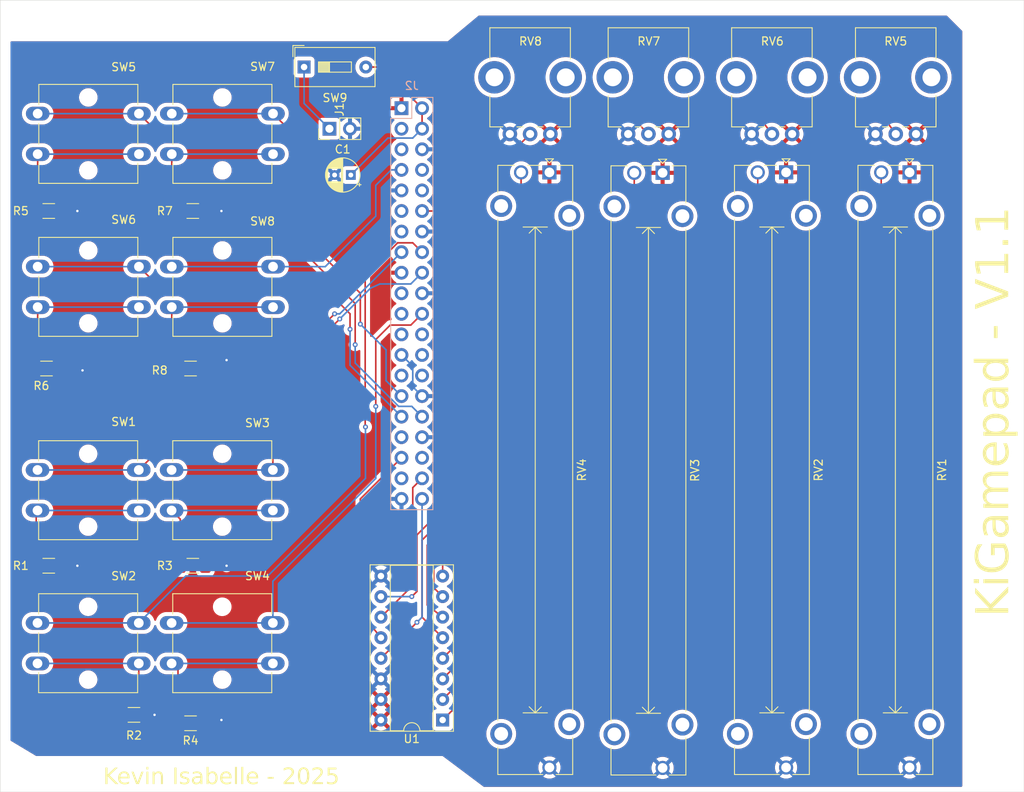
<source format=kicad_pcb>
(kicad_pcb (version 20240108) (generator "pcbnew") (generator_version "8.0")
  (layers (0 "F.Cu" signal) (31 "B.Cu" signal) (34 "B.Paste" user) (35 "F.Paste" user) (36 "B.SilkS" user "B.Silkscreen") (37 "F.SilkS" user "F.Silkscreen") (38 "B.Mask" user) (39 "F.Mask" user) (44 "Edge.Cuts" user))
  (net 0 "")
  (net 1 "GND")
  (net 2 "5V")
  (net 3 "3V3")
  (net 4 "Net-(J1-Pin_1)")
  (net 8 "BTN2")
  (net 11 "BTN7")
  (net 13 "BTN3")
  (net 14 "SPI1-CS0")
  (net 15 "BTN4")
  (net 16 "SPI1-MISO")
  (net 17 "BTN1")
  (net 21 "SPI1-CLK")
  (net 22 "SPI1-MOSI")
  (net 24 "Net-(R2-Pad1)")
  (net 25 "Net-(R3-Pad1)")
  (net 26 "Net-(R4-Pad1)")
  (net 27 "Net-(R5-Pad1)")
  (net 28 "Net-(R6-Pad1)")
  (net 29 "Net-(R7-Pad1)")
  (net 30 "Net-(R8-Pad1)")
  (net 31 "BTN8")
  (net 34 "BTN6")
  (net 36 "BTN5")
  (net 40 "Net-(R1-Pad1)")
  (net 41 "Net-(U1-CH0)")
  (net 42 "Net-(U1-CH1)")
  (net 43 "Net-(U1-CH2)")
  (net 44 "Net-(U1-CH3)")
  (net 45 "Net-(U1-CH4)")
  (net 46 "Net-(U1-CH5)")
  (net 47 "Net-(U1-CH6)")
  (net 48 "Net-(U1-CH7)")
  (footprint "Resistor_SMD:R_1206_3216Metric_Pad1.30x1.75mm_HandSolder" (layer "F.Cu") (at 105.69 76.835)
    (property "Reference" "R7" (at -3.455 0 0) (layer "F.SilkS"))
    (property "Value" "R10K")
    (pad "1" smd roundrect (at -1.55 0) (size 1.3 1.75) (layers "F.Cu" "F.Paste" "F.Mask") (roundrect_rratio 0.192308) (net 29 "Net-(R7-Pad1)"))
    (pad "2" smd roundrect (at 1.55 0) (size 1.3 1.75) (layers "F.Cu" "F.Paste" "F.Mask") (roundrect_rratio 0.192308) (net 1 "GND"))
  )
  (footprint "Button_Switch_THT:SW_SPST_Omron_B3F-40xx" (layer "F.Cu") (at 86.54 83.705)
    (property "Reference" "SW6" (at 10.615 -5.8 0) (layer "F.SilkS"))
    (property "Value" "Button6")
    (pad "" np_thru_hole circle (at 6.25 -2) (size 1.8 1.8) (drill 1.8) (layers "F&B.Cu" "*.Mask"))
    (pad "" np_thru_hole circle (at 6.25 7) (size 1.8 1.8) (drill 1.8) (layers "F&B.Cu" "*.Mask"))
    (pad "1" thru_hole oval (at 0 0) (size 2.9 1.7) (drill 1.2) (layers "*.Cu" "*.Mask") (net 34 "BTN6"))
    (pad "1" thru_hole oval (at 12.5 0) (size 2.9 1.7) (drill 1.2) (layers "*.Cu" "*.Mask") (net 34 "BTN6"))
    (pad "2" thru_hole oval (at 0 5) (size 2.9 1.7) (drill 1.2) (layers "*.Cu" "*.Mask") (net 28 "Net-(R6-Pad1)"))
    (pad "2" thru_hole oval (at 12.5 5) (size 2.9 1.7) (drill 1.2) (layers "*.Cu" "*.Mask") (net 28 "Net-(R6-Pad1)"))
  )
  (footprint "Button_Switch_THT:SW_SPST_Omron_B3F-40xx" (layer "F.Cu") (at 86.54 64.81)
    (property "Reference" "SW5" (at 10.615 -5.755 0) (layer "F.SilkS"))
    (property "Value" "Button5")
    (pad "" np_thru_hole circle (at 6.25 -2) (size 1.8 1.8) (drill 1.8) (layers "F&B.Cu" "*.Mask"))
    (pad "" np_thru_hole circle (at 6.25 7) (size 1.8 1.8) (drill 1.8) (layers "F&B.Cu" "*.Mask"))
    (pad "1" thru_hole oval (at 0 0) (size 2.9 1.7) (drill 1.2) (layers "*.Cu" "*.Mask") (net 36 "BTN5"))
    (pad "1" thru_hole oval (at 12.5 0) (size 2.9 1.7) (drill 1.2) (layers "*.Cu" "*.Mask") (net 36 "BTN5"))
    (pad "2" thru_hole oval (at 0 5) (size 2.9 1.7) (drill 1.2) (layers "*.Cu" "*.Mask") (net 27 "Net-(R5-Pad1)"))
    (pad "2" thru_hole oval (at 12.5 5) (size 2.9 1.7) (drill 1.2) (layers "*.Cu" "*.Mask") (net 27 "Net-(R5-Pad1)"))
  )
  (footprint "Potentiometer_THT:Potentiometer_Bourns_PTA6043_Single_Slide" (layer "F.Cu") (at 178.915 72.065 -90)
    (property "Reference" "RV2" (at 36.75 -4 90) (layer "F.SilkS"))
    (property "Value" "LIN2" (hide yes))
    (pad "1" thru_hole rect (at 0 0 270) (size 1.75 1.75) (drill 1.2) (layers "*.Cu" "*.Mask") (net 3 "3V3"))
    (pad "2" thru_hole circle (at 0 3.5 270) (size 1.75 1.75) (drill 1.2) (layers "*.Cu" "*.Mask") (net 42 "Net-(U1-CH1)"))
    (pad "3" thru_hole circle (at 73.5 0 270) (size 1.75 1.75) (drill 1.2) (layers "*.Cu" "*.Mask") (net 1 "GND"))
    (pad "MP" thru_hole circle (at 4.15 5.95 270) (size 2.7 2.7) (drill 1.7) (layers "*.Cu" "*.Mask"))
    (pad "MP" thru_hole circle (at 5.35 -2.45 270) (size 2.7 2.7) (drill 1.7) (layers "*.Cu" "*.Mask"))
    (pad "MP" thru_hole circle (at 68.15 -2.45 270) (size 2.7 2.7) (drill 1.7) (layers "*.Cu" "*.Mask"))
    (pad "MP" thru_hole circle (at 69.35 5.95 270) (size 2.7 2.7) (drill 1.7) (layers "*.Cu" "*.Mask"))
  )
  (footprint "Button_Switch_THT:SW_SPST_Omron_B3F-40xx" (layer "F.Cu") (at 103.07 127.715)
    (property "Reference" "SW4" (at 10.595 -5.8 0) (layer "F.SilkS"))
    (property "Value" "Button4")
    (pad "" np_thru_hole circle (at 6.25 -2) (size 1.8 1.8) (drill 1.8) (layers "F&B.Cu" "*.Mask"))
    (pad "" np_thru_hole circle (at 6.25 7) (size 1.8 1.8) (drill 1.8) (layers "F&B.Cu" "*.Mask"))
    (pad "1" thru_hole oval (at 0 0) (size 2.9 1.7) (drill 1.2) (layers "*.Cu" "*.Mask") (net 15 "BTN4"))
    (pad "1" thru_hole oval (at 12.5 0) (size 2.9 1.7) (drill 1.2) (layers "*.Cu" "*.Mask") (net 15 "BTN4"))
    (pad "2" thru_hole oval (at 0 5) (size 2.9 1.7) (drill 1.2) (layers "*.Cu" "*.Mask") (net 26 "Net-(R4-Pad1)"))
    (pad "2" thru_hole oval (at 12.5 5) (size 2.9 1.7) (drill 1.2) (layers "*.Cu" "*.Mask") (net 26 "Net-(R4-Pad1)"))
  )
  (footprint "Button_Switch_THT:SW_SPST_Omron_B3F-40xx" (layer "F.Cu") (at 86.52 127.715)
    (property "Reference" "SW2" (at 10.635 -5.795 0) (layer "F.SilkS"))
    (property "Value" "Button2")
    (pad "" np_thru_hole circle (at 6.25 -2) (size 1.8 1.8) (drill 1.8) (layers "F&B.Cu" "*.Mask"))
    (pad "" np_thru_hole circle (at 6.25 7) (size 1.8 1.8) (drill 1.8) (layers "F&B.Cu" "*.Mask"))
    (pad "1" thru_hole oval (at 0 0) (size 2.9 1.7) (drill 1.2) (layers "*.Cu" "*.Mask") (net 8 "BTN2"))
    (pad "1" thru_hole oval (at 12.5 0) (size 2.9 1.7) (drill 1.2) (layers "*.Cu" "*.Mask") (net 8 "BTN2"))
    (pad "2" thru_hole oval (at 0 5) (size 2.9 1.7) (drill 1.2) (layers "*.Cu" "*.Mask") (net 24 "Net-(R2-Pad1)"))
    (pad "2" thru_hole oval (at 12.5 5) (size 2.9 1.7) (drill 1.2) (layers "*.Cu" "*.Mask") (net 24 "Net-(R2-Pad1)"))
  )
  (footprint "Resistor_SMD:R_1206_3216Metric_Pad1.30x1.75mm_HandSolder" (layer "F.Cu") (at 87.91 76.835)
    (property "Reference" "R5" (at -3.455 0 0) (layer "F.SilkS"))
    (property "Value" "R10K")
    (pad "1" smd roundrect (at -1.55 0) (size 1.3 1.75) (layers "F.Cu" "F.Paste" "F.Mask") (roundrect_rratio 0.192308) (net 27 "Net-(R5-Pad1)"))
    (pad "2" smd roundrect (at 1.55 0) (size 1.3 1.75) (layers "F.Cu" "F.Paste" "F.Mask") (roundrect_rratio 0.192308) (net 1 "GND"))
  )
  (footprint "Potentiometer_THT:Potentiometer_Bourns_PTA6043_Single_Slide" (layer "F.Cu") (at 194.155 72.065 -90)
    (property "Reference" "RV1" (at 36.75 -4 90) (layer "F.SilkS"))
    (property "Value" "LIN1" (hide yes))
    (pad "1" thru_hole rect (at 0 0 270) (size 1.75 1.75) (drill 1.2) (layers "*.Cu" "*.Mask") (net 3 "3V3"))
    (pad "2" thru_hole circle (at 0 3.5 270) (size 1.75 1.75) (drill 1.2) (layers "*.Cu" "*.Mask") (net 41 "Net-(U1-CH0)"))
    (pad "3" thru_hole circle (at 73.5 0 270) (size 1.75 1.75) (drill 1.2) (layers "*.Cu" "*.Mask") (net 1 "GND"))
    (pad "MP" thru_hole circle (at 4.15 5.95 270) (size 2.7 2.7) (drill 1.7) (layers "*.Cu" "*.Mask"))
    (pad "MP" thru_hole circle (at 5.35 -2.45 270) (size 2.7 2.7) (drill 1.7) (layers "*.Cu" "*.Mask"))
    (pad "MP" thru_hole circle (at 68.15 -2.45 270) (size 2.7 2.7) (drill 1.7) (layers "*.Cu" "*.Mask"))
    (pad "MP" thru_hole circle (at 69.35 5.95 270) (size 2.7 2.7) (drill 1.7) (layers "*.Cu" "*.Mask"))
  )
  (footprint "Resistor_SMD:R_1206_3216Metric_Pad1.30x1.75mm_HandSolder" (layer "F.Cu") (at 105.69 120.65)
    (property "Reference" "R3" (at -3.455 0 0) (layer "F.SilkS"))
    (property "Value" "R10K")
    (pad "1" smd roundrect (at -1.55 0) (size 1.3 1.75) (layers "F.Cu" "F.Paste" "F.Mask") (roundrect_rratio 0.192308) (net 25 "Net-(R3-Pad1)"))
    (pad "2" smd roundrect (at 1.55 0) (size 1.3 1.75) (layers "F.Cu" "F.Paste" "F.Mask") (roundrect_rratio 0.192308) (net 1 "GND"))
  )
  (footprint "Button_Switch_THT:SW_SPST_Omron_B3F-40xx" (layer "F.Cu") (at 103.07 108.82)
    (property "Reference" "SW3" (at 10.595 -5.8 0) (layer "F.SilkS"))
    (property "Value" "Button3")
    (pad "" np_thru_hole circle (at 6.25 -2) (size 1.8 1.8) (drill 1.8) (layers "F&B.Cu" "*.Mask"))
    (pad "" np_thru_hole circle (at 6.25 7) (size 1.8 1.8) (drill 1.8) (layers "F&B.Cu" "*.Mask"))
    (pad "1" thru_hole oval (at 0 0) (size 2.9 1.7) (drill 1.2) (layers "*.Cu" "*.Mask") (net 13 "BTN3"))
    (pad "1" thru_hole oval (at 12.5 0) (size 2.9 1.7) (drill 1.2) (layers "*.Cu" "*.Mask") (net 13 "BTN3"))
    (pad "2" thru_hole oval (at 0 5) (size 2.9 1.7) (drill 1.2) (layers "*.Cu" "*.Mask") (net 25 "Net-(R3-Pad1)"))
    (pad "2" thru_hole oval (at 12.5 5) (size 2.9 1.7) (drill 1.2) (layers "*.Cu" "*.Mask") (net 25 "Net-(R3-Pad1)"))
  )
  (footprint "Button_Switch_THT:SW_SPST_Omron_B3F-40xx" (layer "F.Cu") (at 103.09 64.81)
    (property "Reference" "SW7" (at 11.21 -5.8 0) (layer "F.SilkS"))
    (property "Value" "Button7")
    (pad "" np_thru_hole circle (at 6.25 -2) (size 1.8 1.8) (drill 1.8) (layers "F&B.Cu" "*.Mask"))
    (pad "" np_thru_hole circle (at 6.25 7) (size 1.8 1.8) (drill 1.8) (layers "F&B.Cu" "*.Mask"))
    (pad "1" thru_hole oval (at 0 0) (size 2.9 1.7) (drill 1.2) (layers "*.Cu" "*.Mask") (net 11 "BTN7"))
    (pad "1" thru_hole oval (at 12.5 0) (size 2.9 1.7) (drill 1.2) (layers "*.Cu" "*.Mask") (net 11 "BTN7"))
    (pad "2" thru_hole oval (at 0 5) (size 2.9 1.7) (drill 1.2) (layers "*.Cu" "*.Mask") (net 29 "Net-(R7-Pad1)"))
    (pad "2" thru_hole oval (at 12.5 5) (size 2.9 1.7) (drill 1.2) (layers "*.Cu" "*.Mask") (net 29 "Net-(R7-Pad1)"))
  )
  (footprint "Button_Switch_THT:SW_SPST_Omron_B3F-40xx" (layer "F.Cu") (at 86.52 108.82)
    (property "Reference" "SW1" (at 10.635 -5.95 0) (layer "F.SilkS"))
    (property "Value" "Button1")
    (pad "" np_thru_hole circle (at 6.25 -2) (size 1.8 1.8) (drill 1.8) (layers "F&B.Cu" "*.Mask"))
    (pad "" np_thru_hole circle (at 6.25 7) (size 1.8 1.8) (drill 1.8) (layers "F&B.Cu" "*.Mask"))
    (pad "1" thru_hole oval (at 0 0) (size 2.9 1.7) (drill 1.2) (layers "*.Cu" "*.Mask") (net 17 "BTN1"))
    (pad "1" thru_hole oval (at 12.5 0) (size 2.9 1.7) (drill 1.2) (layers "*.Cu" "*.Mask") (net 17 "BTN1"))
    (pad "2" thru_hole oval (at 0 5) (size 2.9 1.7) (drill 1.2) (layers "*.Cu" "*.Mask") (net 40 "Net-(R1-Pad1)"))
    (pad "2" thru_hole oval (at 12.5 5) (size 2.9 1.7) (drill 1.2) (layers "*.Cu" "*.Mask") (net 40 "Net-(R1-Pad1)"))
  )
  (footprint "Resistor_SMD:R_1206_3216Metric_Pad1.30x1.75mm_HandSolder" (layer "F.Cu") (at 98.425 139.065)
    (property "Reference" "R2" (at 0 2.54 0) (layer "F.SilkS"))
    (property "Value" "R10K")
    (pad "1" smd roundrect (at -1.55 0) (size 1.3 1.75) (layers "F.Cu" "F.Paste" "F.Mask") (roundrect_rratio 0.192308) (net 24 "Net-(R2-Pad1)"))
    (pad "2" smd roundrect (at 1.55 0) (size 1.3 1.75) (layers "F.Cu" "F.Paste" "F.Mask") (roundrect_rratio 0.192308) (net 1 "GND"))
  )
  (footprint "Potentiometer_THT:Potentiometer_Bourns_PTV09A-1_Single_Vertical" (layer "F.Cu") (at 164.425 67.325 90)
    (property "Reference" "RV7" (at 11.445 -2.455 180) (layer "F.SilkS"))
    (property "Value" "ROTARY3" (hide yes))
    (pad "" np_thru_hole circle (at 7 -6.9 90) (size 4 4) (drill 2.2) (layers "F&B.Cu" "*.Mask"))
    (pad "" np_thru_hole circle (at 7 1.9 90) (size 4 4) (drill 2.2) (layers "F&B.Cu" "*.Mask"))
    (pad "1" thru_hole circle (at 0 0 90) (size 1.8 1.8) (drill 1) (layers "*.Cu" "*.Mask") (net 3 "3V3"))
    (pad "2" thru_hole circle (at 0 -2.5 90) (size 1.8 1.8) (drill 1) (layers "*.Cu" "*.Mask") (net 47 "Net-(U1-CH6)"))
    (pad "3" thru_hole circle (at 0 -5 90) (size 1.8 1.8) (drill 1) (layers "*.Cu" "*.Mask") (net 1 "GND"))
  )
  (footprint "Package_DIP:CERDIP-16_W7.62mm_SideBrazed_Socket" (layer "F.Cu") (at 136.525 139.7 180)
    (property "Reference" "U1" (at 3.81 -2.33 0) (layer "F.SilkS"))
    (property "Value" "MCP3008")
    (pad "1" thru_hole rect (at 0 0 180) (size 1.6 1.6) (drill 0.8) (layers "*.Cu" "*.Mask") (net 41 "Net-(U1-CH0)"))
    (pad "2" thru_hole circle (at 0 2.54 180) (size 1.6 1.6) (drill 0.8) (layers "*.Cu" "*.Mask") (net 42 "Net-(U1-CH1)"))
    (pad "3" thru_hole circle (at 0 5.08 180) (size 1.6 1.6) (drill 0.8) (layers "*.Cu" "*.Mask") (net 43 "Net-(U1-CH2)"))
    (pad "4" thru_hole circle (at 0 7.62 180) (size 1.6 1.6) (drill 0.8) (layers "*.Cu" "*.Mask") (net 44 "Net-(U1-CH3)"))
    (pad "5" thru_hole circle (at 0 10.16 180) (size 1.6 1.6) (drill 0.8) (layers "*.Cu" "*.Mask") (net 45 "Net-(U1-CH4)"))
    (pad "6" thru_hole circle (at 0 12.7 180) (size 1.6 1.6) (drill 0.8) (layers "*.Cu" "*.Mask") (net 46 "Net-(U1-CH5)"))
    (pad "7" thru_hole circle (at 0 15.24 180) (size 1.6 1.6) (drill 0.8) (layers "*.Cu" "*.Mask") (net 47 "Net-(U1-CH6)"))
    (pad "8" thru_hole circle (at 0 17.78 180) (size 1.6 1.6) (drill 0.8) (layers "*.Cu" "*.Mask") (net 48 "Net-(U1-CH7)"))
    (pad "9" thru_hole circle (at 7.62 17.78 180) (size 1.6 1.6) (drill 0.8) (layers "*.Cu" "*.Mask") (net 1 "GND"))
    (pad "10" thru_hole circle (at 7.62 15.24 180) (size 1.6 1.6) (drill 0.8) (layers "*.Cu" "*.Mask") (net 14 "SPI1-CS0"))
    (pad "11" thru_hole circle (at 7.62 12.7 180) (size 1.6 1.6) (drill 0.8) (layers "*.Cu" "*.Mask") (net 22 "SPI1-MOSI"))
    (pad "12" thru_hole circle (at 7.62 10.16 180) (size 1.6 1.6) (drill 0.8) (layers "*.Cu" "*.Mask") (net 16 "SPI1-MISO"))
    (pad "13" thru_hole circle (at 7.62 7.62 180) (size 1.6 1.6) (drill 0.8) (layers "*.Cu" "*.Mask") (net 21 "SPI1-CLK"))
    (pad "14" thru_hole circle (at 7.62 5.08 180) (size 1.6 1.6) (drill 0.8) (layers "*.Cu" "*.Mask") (net 1 "GND"))
    (pad "15" thru_hole circle (at 7.62 2.54 180) (size 1.6 1.6) (drill 0.8) (layers "*.Cu" "*.Mask") (net 3 "3V3"))
    (pad "16" thru_hole circle (at 7.62 0 180) (size 1.6 1.6) (drill 0.8) (layers "*.Cu" "*.Mask") (net 3 "3V3"))
  )
  (footprint "Resistor_SMD:R_1206_3216Metric_Pad1.30x1.75mm_HandSolder" (layer "F.Cu") (at 105.41 140.105)
    (property "Reference" "R4" (at 0 2.135 0) (layer "F.SilkS"))
    (property "Value" "R10K")
    (pad "1" smd roundrect (at -1.55 0) (size 1.3 1.75) (layers "F.Cu" "F.Paste" "F.Mask") (roundrect_rratio 0.192308) (net 26 "Net-(R4-Pad1)"))
    (pad "2" smd roundrect (at 1.55 0) (size 1.3 1.75) (layers "F.Cu" "F.Paste" "F.Mask") (roundrect_rratio 0.192308) (net 1 "GND"))
  )
  (footprint "Potentiometer_THT:Potentiometer_Bourns_PTA6043_Single_Slide" (layer "F.Cu") (at 163.675 72.12 -90)
    (property "Reference" "RV3" (at 36.75 -4 -90) (layer "F.SilkS"))
    (property "Value" "LIN3" (hide yes))
    (pad "1" thru_hole rect (at 0 0 270) (size 1.75 1.75) (drill 1.2) (layers "*.Cu" "*.Mask") (net 3 "3V3"))
    (pad "2" thru_hole circle (at 0 3.5 270) (size 1.75 1.75) (drill 1.2) (layers "*.Cu" "*.Mask") (net 43 "Net-(U1-CH2)"))
    (pad "3" thru_hole circle (at 73.5 0 270) (size 1.75 1.75) (drill 1.2) (layers "*.Cu" "*.Mask") (net 1 "GND"))
    (pad "MP" thru_hole circle (at 4.15 5.95 270) (size 2.7 2.7) (drill 1.7) (layers "*.Cu" "*.Mask"))
    (pad "MP" thru_hole circle (at 5.35 -2.45 270) (size 2.7 2.7) (drill 1.7) (layers "*.Cu" "*.Mask"))
    (pad "MP" thru_hole circle (at 68.15 -2.45 270) (size 2.7 2.7) (drill 1.7) (layers "*.Cu" "*.Mask"))
    (pad "MP" thru_hole circle (at 69.35 5.95 270) (size 2.7 2.7) (drill 1.7) (layers "*.Cu" "*.Mask"))
  )
  (footprint "Capacitor_THT:CP_Radial_D4.0mm_P2.00mm" (layer "F.Cu") (at 125.19 72.39 180)
    (property "Reference" "C1" (at 1 3.175 0) (layer "F.SilkS"))
    (property "Value" "C_Polarized")
    (pad "1" thru_hole rect (at 0 0 180) (size 1.2 1.2) (drill 0.6) (layers "*.Cu" "*.Mask") (net 2 "5V"))
    (pad "2" thru_hole circle (at 2 0 180) (size 1.2 1.2) (drill 0.6) (layers "*.Cu" "*.Mask") (net 1 "GND"))
  )
  (footprint "Connector_PinHeader_2.54mm:PinHeader_1x02_P2.54mm_Vertical" (layer "F.Cu") (at 122.55 66.675 90)
    (property "Reference" "J1" (at 2.38 1.24 90) (layer "F.SilkS"))
    (property "Value" "PowerConnector")
    (pad "1" thru_hole rect (at 0 0 90) (size 1.7 1.7) (drill 1) (layers "*.Cu" "*.Mask") (net 4 "Net-(J1-Pin_1)"))
    (pad "2" thru_hole oval (at 0 2.54 90) (size 1.7 1.7) (drill 1) (layers "*.Cu" "*.Mask") (net 1 "GND"))
  )
  (footprint "Potentiometer_THT:Potentiometer_Bourns_PTV09A-1_Single_Vertical" (layer "F.Cu") (at 194.95 67.325 90)
    (property "Reference" "RV5" (at 11.445 -2.5 180) (layer "F.SilkS"))
    (property "Value" "ROTARY1" (hide yes))
    (pad "" np_thru_hole circle (at 7 -6.9 90) (size 4 4) (drill 2.2) (layers "F&B.Cu" "*.Mask"))
    (pad "" np_thru_hole circle (at 7 1.9 90) (size 4 4) (drill 2.2) (layers "F&B.Cu" "*.Mask"))
    (pad "1" thru_hole circle (at 0 0 90) (size 1.8 1.8) (drill 1) (layers "*.Cu" "*.Mask") (net 3 "3V3"))
    (pad "2" thru_hole circle (at 0 -2.5 90) (size 1.8 1.8) (drill 1) (layers "*.Cu" "*.Mask") (net 45 "Net-(U1-CH4)"))
    (pad "3" thru_hole circle (at 0 -5 90) (size 1.8 1.8) (drill 1) (layers "*.Cu" "*.Mask") (net 1 "GND"))
  )
  (footprint "Potentiometer_THT:Potentiometer_Bourns_PTV09A-1_Single_Vertical" (layer "F.Cu") (at 179.665 67.325 90)
    (property "Reference" "RV6" (at 11.445 -2.455 180) (layer "F.SilkS"))
    (property "Value" "ROTARY2" (hide yes))
    (pad "" np_thru_hole circle (at 7 -6.9 90) (size 4 4) (drill 2.2) (layers "F&B.Cu" "*.Mask"))
    (pad "" np_thru_hole circle (at 7 1.9 90) (size 4 4) (drill 2.2) (layers "F&B.Cu" "*.Mask"))
    (pad "1" thru_hole circle (at 0 0 90) (size 1.8 1.8) (drill 1) (layers "*.Cu" "*.Mask") (net 3 "3V3"))
    (pad "2" thru_hole circle (at 0 -2.5 90) (size 1.8 1.8) (drill 1) (layers "*.Cu" "*.Mask") (net 46 "Net-(U1-CH5)"))
    (pad "3" thru_hole circle (at 0 -5 90) (size 1.8 1.8) (drill 1) (layers "*.Cu" "*.Mask") (net 1 "GND"))
  )
  (footprint "Button_Switch_THT:SW_DIP_SPSTx01_Slide_9.78x4.72mm_W7.62mm_P2.54mm" (layer "F.Cu") (at 119.4225 59.055)
    (property "Reference" "SW9" (at 3.81 3.81 0) (layer "F.SilkS"))
    (property "Value" "SW_SPST")
    (pad "1" thru_hole rect (at 0 0) (size 1.6 1.6) (drill 0.8) (layers "*.Cu" "*.Mask") (net 4 "Net-(J1-Pin_1)"))
    (pad "2" thru_hole oval (at 7.62 0) (size 1.6 1.6) (drill 0.8) (layers "*.Cu" "*.Mask") (net 2 "5V"))
  )
  (footprint "Potentiometer_THT:Potentiometer_Bourns_PTV09A-1_Single_Vertical" (layer "F.Cu") (at 149.82 67.325 90)
    (property "Reference" "RV8" (at 11.445 -2.455 180) (layer "F.SilkS"))
    (property "Value" "ROTARY4" (hide yes))
    (pad "" np_thru_hole circle (at 7 -6.9 90) (size 4 4) (drill 2.2) (layers "F&B.Cu" "*.Mask"))
    (pad "" np_thru_hole circle (at 7 1.9 90) (size 4 4) (drill 2.2) (layers "F&B.Cu" "*.Mask"))
    (pad "1" thru_hole circle (at 0 0 90) (size 1.8 1.8) (drill 1) (layers "*.Cu" "*.Mask") (net 3 "3V3"))
    (pad "2" thru_hole circle (at 0 -2.5 90) (size 1.8 1.8) (drill 1) (layers "*.Cu" "*.Mask") (net 48 "Net-(U1-CH7)"))
    (pad "3" thru_hole circle (at 0 -5 90) (size 1.8 1.8) (drill 1) (layers "*.Cu" "*.Mask") (net 1 "GND"))
  )
  (footprint "Potentiometer_THT:Potentiometer_Bourns_PTA6043_Single_Slide" (layer "F.Cu") (at 149.705 72.065 -90)
    (property "Reference" "RV4" (at 36.75 -4 -90) (layer "F.SilkS"))
    (property "Value" "LIN4" (hide yes))
    (pad "1" thru_hole rect (at 0 0 270) (size 1.75 1.75) (drill 1.2) (layers "*.Cu" "*.Mask") (net 3 "3V3"))
    (pad "2" thru_hole circle (at 0 3.5 270) (size 1.75 1.75) (drill 1.2) (layers "*.Cu" "*.Mask") (net 44 "Net-(U1-CH3)"))
    (pad "3" thru_hole circle (at 73.5 0 270) (size 1.75 1.75) (drill 1.2) (layers "*.Cu" "*.Mask") (net 1 "GND"))
    (pad "MP" thru_hole circle (at 4.15 5.95 270) (size 2.7 2.7) (drill 1.7) (layers "*.Cu" "*.Mask"))
    (pad "MP" thru_hole circle (at 5.35 -2.45 270) (size 2.7 2.7) (drill 1.7) (layers "*.Cu" "*.Mask"))
    (pad "MP" thru_hole circle (at 68.15 -2.45 270) (size 2.7 2.7) (drill 1.7) (layers "*.Cu" "*.Mask"))
    (pad "MP" thru_hole circle (at 69.35 5.95 270) (size 2.7 2.7) (drill 1.7) (layers "*.Cu" "*.Mask"))
  )
  (footprint "Button_Switch_THT:SW_SPST_Omron_B3F-40xx" (layer "F.Cu") (at 103.09 83.705)
    (property "Reference" "SW8" (at 11.21 -5.6 0) (layer "F.SilkS"))
    (property "Value" "Button8")
    (pad "" np_thru_hole circle (at 6.25 -2) (size 1.8 1.8) (drill 1.8) (layers "F&B.Cu" "*.Mask"))
    (pad "" np_thru_hole circle (at 6.25 7) (size 1.8 1.8) (drill 1.8) (layers "F&B.Cu" "*.Mask"))
    (pad "1" thru_hole oval (at 0 0) (size 2.9 1.7) (drill 1.2) (layers "*.Cu" "*.Mask") (net 31 "BTN8"))
    (pad "1" thru_hole oval (at 12.5 0) (size 2.9 1.7) (drill 1.2) (layers "*.Cu" "*.Mask") (net 31 "BTN8"))
    (pad "2" thru_hole oval (at 0 5) (size 2.9 1.7) (drill 1.2) (layers "*.Cu" "*.Mask") (net 30 "Net-(R8-Pad1)"))
    (pad "2" thru_hole oval (at 12.5 5) (size 2.9 1.7) (drill 1.2) (layers "*.Cu" "*.Mask") (net 30 "Net-(R8-Pad1)"))
  )
  (footprint "Resistor_SMD:R_1206_3216Metric_Pad1.30x1.75mm_HandSolder" (layer "F.Cu") (at 87.91 120.65)
    (property "Reference" "R1" (at -3.455 0 0) (layer "F.SilkS"))
    (property "Value" "R10K")
    (pad "1" smd roundrect (at -1.55 0) (size 1.3 1.75) (layers "F.Cu" "F.Paste" "F.Mask") (roundrect_rratio 0.192308) (net 40 "Net-(R1-Pad1)"))
    (pad "2" smd roundrect (at 1.55 0) (size 1.3 1.75) (layers "F.Cu" "F.Paste" "F.Mask") (roundrect_rratio 0.192308) (net 1 "GND"))
  )
  (footprint "Resistor_SMD:R_1206_3216Metric_Pad1.30x1.75mm_HandSolder" (layer "F.Cu") (at 87.63 96.29)
    (property "Reference" "R6" (at -0.635 2.135 0) (layer "F.SilkS"))
    (property "Value" "R10K")
    (pad "1" smd roundrect (at -1.55 0) (size 1.3 1.75) (layers "F.Cu" "F.Paste" "F.Mask") (roundrect_rratio 0.192308) (net 28 "Net-(R6-Pad1)"))
    (pad "2" smd roundrect (at 1.55 0) (size 1.3 1.75) (layers "F.Cu" "F.Paste" "F.Mask") (roundrect_rratio 0.192308) (net 1 "GND"))
  )
  (footprint "Resistor_SMD:R_1206_3216Metric_Pad1.30x1.75mm_HandSolder" (layer "F.Cu") (at 105.41 96.29)
    (property "Reference" "R8" (at -3.81 0.23 0) (layer "F.SilkS"))
    (property "Value" "R10K")
    (pad "1" smd roundrect (at -1.55 0) (size 1.3 1.75) (layers "F.Cu" "F.Paste" "F.Mask") (roundrect_rratio 0.192308) (net 30 "Net-(R8-Pad1)"))
    (pad "2" smd roundrect (at 1.55 0) (size 1.3 1.75) (layers "F.Cu" "F.Paste" "F.Mask") (roundrect_rratio 0.192308) (net 1 "GND"))
  )
  (footprint "Connector_PinSocket_2.54mm:PinSocket_2x20_P2.54mm_Vertical" (layer "B.Cu") (at 131.445 64.135 180)
    (property "Reference" "J2" (at -1.27 2.77 0) (layer "B.SilkS") (effects (justify mirror)))
    (property "Value" "PiZero2W")
    (pad "1" thru_hole rect (at 0 0 180) (size 1.7 1.7) (drill 1) (layers "*.Cu" "*.Mask") (net 3 "3V3"))
    (pad "2" thru_hole oval (at -2.54 0 180) (size 1.7 1.7) (drill 1) (layers "*.Cu" "*.Mask") (net 2 "5V"))
    (pad "3" thru_hole oval (at 0 -2.54 180) (size 1.7 1.7) (drill 1) (layers "*.Cu" "*.Mask"))
    (pad "4" thru_hole oval (at -2.54 -2.54 180) (size 1.7 1.7) (drill 1) (layers "*.Cu" "*.Mask") (net 2 "5V"))
    (pad "5" thru_hole oval (at 0 -5.08 180) (size 1.7 1.7) (drill 1) (layers "*.Cu" "*.Mask"))
    (pad "6" thru_hole oval (at -2.54 -5.08 180) (size 1.7 1.7) (drill 1) (layers "*.Cu" "*.Mask") (net 1 "GND"))
    (pad "7" thru_hole oval (at 0 -7.62 180) (size 1.7 1.7) (drill 1) (layers "*.Cu" "*.Mask") (net 31 "BTN8"))
    (pad "8" thru_hole oval (at -2.54 -7.62 180) (size 1.7 1.7) (drill 1) (layers "*.Cu" "*.Mask"))
    (pad "9" thru_hole oval (at 0 -10.16 180) (size 1.7 1.7) (drill 1) (layers "*.Cu" "*.Mask") (net 1 "GND"))
    (pad "10" thru_hole oval (at -2.54 -10.16 180) (size 1.7 1.7) (drill 1) (layers "*.Cu" "*.Mask"))
    (pad "11" thru_hole oval (at 0 -12.7 180) (size 1.7 1.7) (drill 1) (layers "*.Cu" "*.Mask"))
    (pad "12" thru_hole oval (at -2.54 -12.7 180) (size 1.7 1.7) (drill 1) (layers "*.Cu" "*.Mask") (net 14 "SPI1-CS0"))
    (pad "13" thru_hole oval (at 0 -15.24 180) (size 1.7 1.7) (drill 1) (layers "*.Cu" "*.Mask"))
    (pad "14" thru_hole oval (at -2.54 -15.24 180) (size 1.7 1.7) (drill 1) (layers "*.Cu" "*.Mask") (net 1 "GND"))
    (pad "15" thru_hole oval (at 0 -17.78 180) (size 1.7 1.7) (drill 1) (layers "*.Cu" "*.Mask") (net 17 "BTN1"))
    (pad "16" thru_hole oval (at -2.54 -17.78 180) (size 1.7 1.7) (drill 1) (layers "*.Cu" "*.Mask") (net 8 "BTN2"))
    (pad "17" thru_hole oval (at 0 -20.32 180) (size 1.7 1.7) (drill 1) (layers "*.Cu" "*.Mask") (net 3 "3V3"))
    (pad "18" thru_hole oval (at -2.54 -20.32 180) (size 1.7 1.7) (drill 1) (layers "*.Cu" "*.Mask") (net 13 "BTN3"))
    (pad "19" thru_hole oval (at 0 -22.86 180) (size 1.7 1.7) (drill 1) (layers "*.Cu" "*.Mask"))
    (pad "20" thru_hole oval (at -2.54 -22.86 180) (size 1.7 1.7) (drill 1) (layers "*.Cu" "*.Mask") (net 1 "GND"))
    (pad "21" thru_hole oval (at 0 -25.4 180) (size 1.7 1.7) (drill 1) (layers "*.Cu" "*.Mask"))
    (pad "22" thru_hole oval (at -2.54 -25.4 180) (size 1.7 1.7) (drill 1) (layers "*.Cu" "*.Mask") (net 15 "BTN4"))
    (pad "23" thru_hole oval (at 0 -27.94 180) (size 1.7 1.7) (drill 1) (layers "*.Cu" "*.Mask"))
    (pad "24" thru_hole oval (at -2.54 -27.94 180) (size 1.7 1.7) (drill 1) (layers "*.Cu" "*.Mask"))
    (pad "25" thru_hole oval (at 0 -30.48 180) (size 1.7 1.7) (drill 1) (layers "*.Cu" "*.Mask") (net 1 "GND"))
    (pad "26" thru_hole oval (at -2.54 -30.48 180) (size 1.7 1.7) (drill 1) (layers "*.Cu" "*.Mask"))
    (pad "27" thru_hole oval (at 0 -33.02 180) (size 1.7 1.7) (drill 1) (layers "*.Cu" "*.Mask"))
    (pad "28" thru_hole oval (at -2.54 -33.02 180) (size 1.7 1.7) (drill 1) (layers "*.Cu" "*.Mask"))
    (pad "29" thru_hole oval (at 0 -35.56 180) (size 1.7 1.7) (drill 1) (layers "*.Cu" "*.Mask") (net 11 "BTN7"))
    (pad "30" thru_hole oval (at -2.54 -35.56 180) (size 1.7 1.7) (drill 1) (layers "*.Cu" "*.Mask") (net 1 "GND"))
    (pad "31" thru_hole oval (at 0 -38.1 180) (size 1.7 1.7) (drill 1) (layers "*.Cu" "*.Mask") (net 34 "BTN6"))
    (pad "32" thru_hole oval (at -2.54 -38.1 180) (size 1.7 1.7) (drill 1) (layers "*.Cu" "*.Mask") (net 36 "BTN5"))
    (pad "33" thru_hole oval (at 0 -40.64 180) (size 1.7 1.7) (drill 1) (layers "*.Cu" "*.Mask"))
    (pad "34" thru_hole oval (at -2.54 -40.64 180) (size 1.7 1.7) (drill 1) (layers "*.Cu" "*.Mask") (net 1 "GND"))
    (pad "35" thru_hole oval (at 0 -43.18 180) (size 1.7 1.7) (drill 1) (layers "*.Cu" "*.Mask") (net 16 "SPI1-MISO"))
    (pad "36" thru_hole oval (at -2.54 -43.18 180) (size 1.7 1.7) (drill 1) (layers "*.Cu" "*.Mask"))
    (pad "37" thru_hole oval (at 0 -45.72 180) (size 1.7 1.7) (drill 1) (layers "*.Cu" "*.Mask"))
    (pad "38" thru_hole oval (at -2.54 -45.72 180) (size 1.7 1.7) (drill 1) (layers "*.Cu" "*.Mask") (net 22 "SPI1-MOSI"))
    (pad "39" thru_hole oval (at 0 -48.26 180) (size 1.7 1.7) (drill 1) (layers "*.Cu" "*.Mask") (net 1 "GND"))
    (pad "40" thru_hole oval (at -2.54 -48.26 180) (size 1.7 1.7) (drill 1) (layers "*.Cu" "*.Mask") (net 21 "SPI1-CLK"))
  )
  (gr_rect (start 81.915 50.8) (end 208.28 148.59) (stroke (width 0.05)) (fill none) (layer "Edge.Cuts"))
  (gr_text "KiGamepad - V1.1" (at 207.01 127 90) (layer "F.SilkS") (effects (font (size 4 4) (thickness 0.1)) (justify left bottom)))
  (gr_text "Kevin Isabelle - 2025" (at 94.615 147.955 0) (layer "F.SilkS") (effects (font (size 2 2) (thickness 0.1)) (justify left bottom)))
  (segment (start 107.24 120.65) (end 109.855 120.65) (width 0.2) (layer "F.Cu") (net 1))
  (segment (start 108.99 96.29) (end 106.96 96.29) (width 0.2) (layer "F.Cu") (net 1))
  (segment (start 89.46 76.835) (end 91.44 76.835) (width 0.2) (layer "F.Cu") (net 1))
  (segment (start 109.855 95.25) (end 108.99 96.29) (width 0.2) (layer "F.Cu") (net 1))
  (segment (start 89.18 96.29) (end 91.845 96.29) (width 0.2) (layer "F.Cu") (net 1))
  (segment (start 91.845 96.29) (end 92.075 96.52) (width 0.2) (layer "F.Cu") (net 1))
  (segment (start 106.96 140.105) (end 108.815 140.105) (width 0.2) (layer "F.Cu") (net 1))
  (segment (start 107.24 76.835) (end 109.22 76.835) (width 0.2) (layer "F.Cu") (net 1))
  (segment (start 89.46 120.65) (end 91.44 120.65) (width 0.2) (layer "F.Cu") (net 1))
  (segment (start 99.975 139.065) (end 100.965 139.065) (width 0.2) (layer "F.Cu") (net 1))
  (segment (start 108.815 140.105) (end 109.22 139.7) (width 0.2) (layer "F.Cu") (net 1))
  (via (at 109.855 120.65) (size 0.6) (drill 0.3) (layers "F.Cu" "B.Cu") (net 1))
  (via (at 92.075 96.52) (size 0.6) (drill 0.3) (layers "F.Cu" "B.Cu") (net 1))
  (via (at 91.44 76.835) (size 0.6) (drill 0.3) (layers "F.Cu" "B.Cu") (net 1))
  (via (at 109.22 139.7) (size 0.6) (drill 0.3) (layers "F.Cu" "B.Cu") (net 1))
  (via (at 91.44 120.65) (size 0.6) (drill 0.3) (layers "F.Cu" "B.Cu") (net 1))
  (via (at 109.22 76.835) (size 0.6) (drill 0.3) (layers "F.Cu" "B.Cu") (net 1))
  (via (at 109.855 95.25) (size 0.6) (drill 0.3) (layers "F.Cu" "B.Cu") (net 1))
  (via (at 100.965 139.065) (size 0.6) (drill 0.3) (layers "F.Cu" "B.Cu") (net 1))
  (segment (start 132.835 98.545) (end 133.985 99.695) (width 0.2) (layer "B.Cu") (net 1))
  (segment (start 132.835 96.005) (end 132.835 98.545) (width 0.2) (layer "B.Cu") (net 1))
  (segment (start 123.73 68.23) (end 123.985 67.975) (width 0.2) (layer "B.Cu") (net 1))
  (segment (start 131.445 94.615) (end 132.835 96.005) (width 0.2) (layer "B.Cu") (net 1))
  (segment (start 128.905 59.055) (end 133.985 64.135) (width 0.2) (layer "F.Cu") (net 2))
  (segment (start 127.0425 59.055) (end 128.905 59.055) (width 0.2) (layer "F.Cu") (net 2))
  (segment (start 133.985 66.675) (end 133.985 64.135) (width 0.2) (layer "F.Cu") (net 2))
  (segment (start 129.755 67.825) (end 132.835 67.825) (width 0.2) (layer "B.Cu") (net 2))
  (segment (start 125.19 72.39) (end 129.755 67.825) (width 0.2) (layer "B.Cu") (net 2))
  (segment (start 132.835 67.825) (end 133.985 66.675) (width 0.2) (layer "B.Cu") (net 2))
  (segment (start 119.4225 63.5475) (end 122.55 66.675) (width 0.2) (layer "B.Cu") (net 4))
  (segment (start 119.4225 59.055) (end 119.4225 63.5475) (width 0.2) (layer "B.Cu") (net 4))
  (segment (start 132.835 80.765) (end 133.985 81.915) (width 0.2) (layer "F.Cu") (net 8))
  (segment (start 127 103.505) (end 126.965 103.47) (width 0.2) (layer "F.Cu") (net 8))
  (segment (start 126.965 103.47) (end 126.965 84.768654) (width 0.2) (layer "F.Cu") (net 8))
  (segment (start 130.968654 80.765) (end 132.835 80.765) (width 0.2) (layer "F.Cu") (net 8))
  (segment (start 126.965 84.768654) (end 130.968654 80.765) (width 0.2) (layer "F.Cu") (net 8))
  (via (at 127 103.505) (size 0.6) (drill 0.3) (layers "F.Cu" "B.Cu") (net 8))
  (segment (start 104.815 121.92) (end 99.02 127.715) (width 0.2) (layer "B.Cu") (net 8))
  (segment (start 114.935 121.92) (end 104.815 121.92) (width 0.2) (layer "B.Cu") (net 8))
  (segment (start 86.52 127.715) (end 99.02 127.715) (width 0.2) (layer "B.Cu") (net 8))
  (segment (start 127 103.505) (end 127 109.855) (width 0.2) (layer "B.Cu") (net 8))
  (segment (start 127 109.855) (end 114.935 121.92) (width 0.2) (layer "B.Cu") (net 8))
  (segment (start 120.015 69.235) (end 120.015 80.645) (width 0.2) (layer "F.Cu") (net 11))
  (segment (start 120.015 80.645) (end 126.365 86.995) (width 0.2) (layer "F.Cu") (net 11))
  (segment (start 115.59 64.81) (end 120.015 69.235) (width 0.2) (layer "F.Cu") (net 11))
  (segment (start 126.365 86.995) (end 126.365 90.805) (width 0.2) (layer "F.Cu") (net 11))
  (via (at 126.365 90.805) (size 0.6) (drill 0.3) (layers "F.Cu" "B.Cu") (net 11))
  (segment (start 103.09 64.81) (end 115.59 64.81) (width 0.2) (layer "B.Cu") (net 11))
  (segment (start 129.54 93.98) (end 129.54 97.79) (width 0.2) (layer "B.Cu") (net 11))
  (segment (start 126.365 90.805) (end 129.54 93.98) (width 0.2) (layer "B.Cu") (net 11))
  (segment (start 129.54 97.79) (end 131.445 99.695) (width 0.2) (layer "B.Cu") (net 11))
  (segment (start 115.57 98.425) (end 123.825 90.17) (width 0.2) (layer "F.Cu") (net 13))
  (segment (start 115.57 108.82) (end 115.57 98.425) (width 0.2) (layer "F.Cu") (net 13))
  (via (at 123.825 90.17) (size 0.6) (drill 0.3) (layers "F.Cu" "B.Cu") (net 13))
  (segment (start 127.635 86.36) (end 123.825 90.17) (width 0.2) (layer "B.Cu") (net 13))
  (segment (start 128.785 85.845) (end 127.635 86.36) (width 0.2) (layer "B.Cu") (net 13))
  (segment (start 132.595 85.845) (end 128.785 85.845) (width 0.2) (layer "B.Cu") (net 13))
  (segment (start 133.985 84.455) (end 132.595 85.845) (width 0.2) (layer "B.Cu") (net 13))
  (segment (start 103.07 108.82) (end 115.57 108.82) (width 0.2) (layer "B.Cu") (net 13))
  (segment (start 137.16 113.03) (end 133.35 116.84) (width 0.2) (layer "F.Cu") (net 14))
  (segment (start 133.985 76.835) (end 135.611346 76.835) (width 0.2) (layer "F.Cu") (net 14))
  (segment (start 135.611346 76.835) (end 137.16 78.383654) (width 0.2) (layer "F.Cu") (net 14))
  (segment (start 137.16 78.383654) (end 137.16 113.03) (width 0.2) (layer "F.Cu") (net 14))
  (segment (start 133.35 123.825) (end 132.715 124.46) (width 0.2) (layer "F.Cu") (net 14))
  (segment (start 133.35 116.84) (end 133.35 123.825) (width 0.2) (layer "F.Cu") (net 14))
  (via (at 132.715 124.46) (size 0.6) (drill 0.3) (layers "F.Cu" "B.Cu") (net 14))
  (segment (start 132.715 124.46) (end 128.905 124.46) (width 0.2) (layer "B.Cu") (net 14))
  (segment (start 133.985 89.535) (end 132.595 90.925) (width 0.2) (layer "F.Cu") (net 15))
  (segment (start 128.27 100.965) (end 128.27 92.71) (width 0.2) (layer "F.Cu") (net 15))
  (segment (start 132.595 90.925) (end 130.055 90.925) (width 0.2) (layer "F.Cu") (net 15))
  (segment (start 130.055 90.925) (end 128.27 92.71) (width 0.2) (layer "F.Cu") (net 15))
  (via (at 128.27 100.965) (size 0.6) (drill 0.3) (layers "F.Cu" "B.Cu") (net 15))
  (segment (start 115.57 127.715) (end 115.57 122.555) (width 0.2) (layer "B.Cu") (net 15))
  (segment (start 103.07 127.715) (end 115.57 127.715) (width 0.2) (layer "B.Cu") (net 15))
  (segment (start 128.27 109.855) (end 128.27 102.87) (width 0.2) (layer "B.Cu") (net 15))
  (segment (start 128.27 102.87) (end 128.27 100.965) (width 0.2) (layer "B.Cu") (net 15))
  (segment (start 127 111.125) (end 128.27 109.855) (width 0.2) (layer "B.Cu") (net 15))
  (segment (start 115.57 122.555) (end 127 111.125) (width 0.2) (layer "B.Cu") (net 15))
  (segment (start 128.905 129.54) (end 126.365 126.365) (width 0.2) (layer "F.Cu") (net 16))
  (segment (start 126.365 112.395) (end 131.445 107.315) (width 0.2) (layer "F.Cu") (net 16))
  (segment (start 126.365 126.365) (end 126.365 112.395) (width 0.2) (layer "F.Cu") (net 16))
  (segment (start 110.05 97.79) (end 114.935 97.79) (width 0.2) (layer "F.Cu") (net 17))
  (segment (start 114.935 97.79) (end 123.19 89.535) (width 0.2) (layer "F.Cu") (net 17))
  (segment (start 99.02 108.82) (end 110.05 97.79) (width 0.2) (layer "F.Cu") (net 17))
  (via (at 123.19 89.535) (size 0.6) (drill 0.3) (layers "F.Cu" "B.Cu") (net 17))
  (segment (start 123.825 89.535) (end 131.445 81.915) (width 0.2) (layer "B.Cu") (net 17))
  (segment (start 86.52 108.82) (end 99.02 108.82) (width 0.2) (layer "B.Cu") (net 17))
  (segment (start 123.19 89.535) (end 123.825 89.535) (width 0.2) (layer "B.Cu") (net 17))
  (segment (start 128.905 132.08) (end 133.35 127.635) (width 0.2) (layer "F.Cu") (net 21))
  (via (at 133.35 127.635) (size 0.6) (drill 0.3) (layers "F.Cu" "B.Cu") (net 21))
  (segment (start 133.985 127) (end 133.985 112.395) (width 0.2) (layer "B.Cu") (net 21))
  (segment (start 133.35 127.635) (end 133.985 127) (width 0.2) (layer "B.Cu") (net 21))
  (segment (start 132.835 111.005) (end 133.985 109.855) (width 0.2) (layer "F.Cu") (net 22))
  (segment (start 128.905 127) (end 132.835 123.07) (width 0.2) (layer "F.Cu") (net 22))
  (segment (start 132.835 123.07) (end 132.835 111.005) (width 0.2) (layer "F.Cu") (net 22))
  (segment (start 86.08 133.155) (end 86.52 132.715) (width 0.2) (layer "F.Cu") (net 24))
  (segment (start 99.02 136.92) (end 96.875 139.065) (width 0.2) (layer "F.Cu") (net 24))
  (segment (start 99.02 132.715) (end 99.02 136.92) (width 0.2) (layer "F.Cu") (net 24))
  (segment (start 99.02 132.715) (end 86.52 132.715) (width 0.2) (layer "B.Cu") (net 24))
  (segment (start 104.14 120.65) (end 104.14 114.89) (width 0.2) (layer "F.Cu") (net 25))
  (segment (start 104.14 114.89) (end 103.07 113.82) (width 0.2) (layer "F.Cu") (net 25))
  (segment (start 103.07 113.82) (end 115.57 113.82) (width 0.2) (layer "B.Cu") (net 25))
  (segment (start 103.86 133.505) (end 103.07 132.715) (width 0.2) (layer "F.Cu") (net 26))
  (segment (start 103.86 140.105) (end 103.86 133.505) (width 0.2) (layer "F.Cu") (net 26))
  (segment (start 115.57 132.715) (end 103.07 132.715) (width 0.2) (layer "B.Cu") (net 26))
  (segment (start 86.54 76.655) (end 86.36 76.835) (width 0.2) (layer "F.Cu") (net 27))
  (segment (start 86.54 69.81) (end 86.54 76.655) (width 0.2) (layer "F.Cu") (net 27))
  (segment (start 86.54 69.81) (end 99.04 69.81) (width 0.2) (layer "B.Cu") (net 27))
  (segment (start 86.54 88.705) (end 86.54 95.83) (width 0.2) (layer "F.Cu") (net 28))
  (segment (start 86.54 95.83) (end 86.08 96.29) (width 0.2) (layer "F.Cu") (net 28))
  (segment (start 86.54 88.705) (end 99.04 88.705) (width 0.2) (layer "B.Cu") (net 28))
  (segment (start 103.09 75.785) (end 104.14 76.835) (width 0.2) (layer "F.Cu") (net 29))
  (segment (start 103.09 69.81) (end 103.09 75.785) (width 0.2) (layer "F.Cu") (net 29))
  (segment (start 103.09 69.81) (end 115.59 69.81) (width 0.2) (layer "B.Cu") (net 29))
  (segment (start 103.09 95.52) (end 103.86 96.29) (width 0.2) (layer "F.Cu") (net 30))
  (segment (start 103.09 88.705) (end 103.09 95.52) (width 0.2) (layer "F.Cu") (net 30))
  (segment (start 103.09 88.705) (end 115.59 88.705) (width 0.2) (layer "B.Cu") (net 30))
  (segment (start 128.27 77.47) (end 128.27 73.66) (width 0.2) (layer "B.Cu") (net 31))
  (segment (start 126.365 79.375) (end 128.27 77.47) (width 0.2) (layer "B.Cu") (net 31))
  (segment (start 126.365 79.375) (end 122.035 83.705) (width 0.2) (layer "B.Cu") (net 31))
  (segment (start 130.175 71.755) (end 131.445 71.755) (width 0.2) (layer "B.Cu") (net 31))
  (segment (start 103.09 83.705) (end 115.59 83.705) (width 0.2) (layer "B.Cu") (net 31))
  (segment (start 128.27 73.66) (end 130.175 71.755) (width 0.2) (layer "B.Cu") (net 31))
  (segment (start 122.035 83.705) (end 115.59 83.705) (width 0.2) (layer "B.Cu") (net 31))
  (segment (start 99.04 83.705) (end 101.06 85.725) (width 0.2) (layer "F.Cu") (net 34))
  (segment (start 101.06 85.725) (end 121.285 85.725) (width 0.2) (layer "F.Cu") (net 34))
  (segment (start 125.095 89.535) (end 125.095 91.44) (width 0.2) (layer "F.Cu") (net 34))
  (segment (start 121.285 85.725) (end 125.095 89.535) (width 0.2) (layer "F.Cu") (net 34))
  (via (at 125.095 91.44) (size 0.6) (drill 0.3) (layers "F.Cu" "B.Cu") (net 34))
  (segment (start 86.54 83.705) (end 99.04 83.705) (width 0.2) (layer "B.Cu") (net 34))
  (segment (start 125.095 91.44) (end 125.095 95.885) (width 0.2) (layer "B.Cu") (net 34))
  (segment (start 125.095 95.885) (end 131.445 102.235) (width 0.2) (layer "B.Cu") (net 34))
  (segment (start 119.38 69.85) (end 119.38 81.915) (width 0.2) (layer "F.Cu") (net 36))
  (segment (start 116.205 66.675) (end 119.38 69.85) (width 0.2) (layer "F.Cu") (net 36))
  (segment (start 99.04 64.81) (end 100.905 66.675) (width 0.2) (layer "F.Cu") (net 36))
  (segment (start 119.38 81.915) (end 125.73 88.265) (width 0.2) (layer "F.Cu") (net 36))
  (segment (start 100.905 66.675) (end 116.205 66.675) (width 0.2) (layer "F.Cu") (net 36))
  (segment (start 125.73 88.265) (end 125.73 93.345) (width 0.2) (layer "F.Cu") (net 36))
  (via (at 125.73 93.345) (size 0.6) (drill 0.3) (layers "F.Cu" "B.Cu") (net 36))
  (segment (start 131.088654 100.965) (end 132.715 100.965) (width 0.2) (layer "B.Cu") (net 36))
  (segment (start 125.73 95.606346) (end 131.088654 100.965) (width 0.2) (layer "B.Cu") (net 36))
  (segment (start 86.54 64.81) (end 99.04 64.81) (width 0.2) (layer "B.Cu") (net 36))
  (segment (start 132.715 100.965) (end 133.985 102.235) (width 0.2) (layer "B.Cu") (net 36))
  (segment (start 125.73 93.345) (end 125.73 95.606346) (width 0.2) (layer "B.Cu") (net 36))
  (segment (start 86.36 113.98) (end 86.52 113.82) (width 0.2) (layer "F.Cu") (net 40))
  (segment (start 86.36 120.65) (end 86.36 113.98) (width 0.2) (layer "F.Cu") (net 40))
  (segment (start 86.52 113.82) (end 99.02 113.82) (width 0.2) (layer "B.Cu") (net 40))
  (segment (start 190.655 110.97) (end 173.99 127.635) (width 0.2) (layer "F.Cu") (net 41))
  (segment (start 148.59 127.635) (end 136.525 139.7) (width 0.2) (layer "F.Cu") (net 41))
  (segment (start 173.99 127.635) (end 148.59 127.635) (width 0.2) (layer "F.Cu") (net 41))
  (segment (start 190.655 72.065) (end 190.655 110.97) (width 0.2) (layer "F.Cu") (net 41))
  (segment (start 175.415 72.065) (end 175.415 98.27) (width 0.2) (layer "F.Cu") (net 42))
  (segment (start 175.415 98.27) (end 136.525 137.16) (width 0.2) (layer "F.Cu") (net 42))
  (segment (start 160.175 72.12) (end 160.175 110.97) (width 0.2) (layer "F.Cu") (net 43))
  (segment (start 160.175 110.97) (end 136.525 134.62) (width 0.2) (layer "F.Cu") (net 43))
  (segment (start 146.205 122.4) (end 136.525 132.08) (width 0.2) (layer "F.Cu") (net 44))
  (segment (start 146.205 72.065) (end 146.205 122.4) (width 0.2) (layer "F.Cu") (net 44))
  (segment (start 142.24 64.135) (end 190.13 64.135) (width 0.2) (layer "F.Cu") (net 45))
  (segment (start 190.13 64.135) (end 192.45 67.325) (width 0.2) (layer "F.Cu") (net 45))
  (segment (start 133.985 117.475) (end 137.795 113.665) (width 0.2) (layer "F.Cu") (net 45))
  (segment (start 137.795 113.665) (end 137.795 69.215) (width 0.2) (layer "F.Cu") (net 45))
  (segment (start 137.795 69.215) (end 142.24 64.135) (width 0.2) (layer "F.Cu") (net 45))
  (segment (start 133.985 127) (end 133.985 117.475) (width 0.2) (layer "F.Cu") (net 45))
  (segment (start 136.525 129.54) (end 133.985 127) (width 0.2) (layer "F.Cu") (net 45))
  (segment (start 136.525 127) (end 134.62 125.5) (width 0.2) (layer "F.Cu") (net 46))
  (segment (start 134.62 125.5) (end 134.62 118.11) (width 0.2) (layer "F.Cu") (net 46))
  (segment (start 142.875 64.77) (end 175.26 64.77) (width 0.2) (layer "F.Cu") (net 46))
  (segment (start 134.62 118.11) (end 138.43 114.3) (width 0.2) (layer "F.Cu") (net 46))
  (segment (start 175.26 64.77) (end 177.165 67.325) (width 0.2) (layer "F.Cu") (net 46))
  (segment (start 138.43 69.85) (end 142.875 64.77) (width 0.2) (layer "F.Cu") (net 46))
  (segment (start 138.43 114.3) (end 138.43 69.85) (width 0.2) (layer "F.Cu") (net 46))
  (segment (start 143.228376 65.686624) (end 143.51 65.405) (width 0.2) (layer "F.Cu") (net 47))
  (segment (start 136.525 124.46) (end 135.425 123.36) (width 0.2) (layer "F.Cu") (net 47))
  (segment (start 143.51 65.405) (end 160.02 65.405) (width 0.2) (layer "F.Cu") (net 47))
  (segment (start 139.7 114.3) (end 139.7 69.85) (width 0.2) (layer "F.Cu") (net 47))
  (segment (start 139.7 69.85) (end 143.228376 65.686624) (width 0.2) (layer "F.Cu") (net 47))
  (segment (start 135.425 118.745) (end 139.7 114.3) (width 0.2) (layer "F.Cu") (net 47))
  (segment (start 160.02 65.405) (end 160.02 65.42) (width 0.2) (layer "F.Cu") (net 47))
  (segment (start 135.425 123.36) (end 135.425 118.745) (width 0.2) (layer "F.Cu") (net 47))
  (segment (start 160.02 65.42) (end 161.925 67.325) (width 0.2) (layer "F.Cu") (net 47))
  (segment (start 144.795 69.85) (end 147.32 67.325) (width 0.2) (layer "F.Cu") (net 48))
  (segment (start 141.605 69.85) (end 144.795 69.85) (width 0.2) (layer "F.Cu") (net 48))
  (segment (start 136.525 121.92) (end 136.525 118.745) (width 0.2) (layer "F.Cu") (net 48))
  (segment (start 140.335 71.12) (end 141.605 69.85) (width 0.2) (layer "F.Cu") (net 48))
  (segment (start 136.525 118.745) (end 140.335 114.935) (width 0.2) (layer "F.Cu") (net 48))
  (segment (start 140.335 114.935) (end 140.335 71.12) (width 0.2) (layer "F.Cu") (net 48))
  (zone (net 3) (net_name "3V3") (layer "F.Cu") (connect_pads (clearance 0.5)) (min_thickness 0.25) (fill yes (thermal_gap 0.5) (thermal_bridge_width 0.5))
    (polygon (pts (xy 83.185 55.88) (xy 137.16 55.88) (xy 140.97 52.705) (xy 198.755 52.705) (xy 200.66 54.61) (xy 200.66 147.955) (xy 198.755 147.955) (xy 141.605 147.955) (xy 136.525 144.145) (xy 86.36 144.145) (xy 83.185 142.24)))
  )
  (zone (net 1) (net_name "GND") (layer "B.Cu") (priority 1) (connect_pads (clearance 0.5)) (min_thickness 0.25) (fill yes (thermal_gap 0.5) (thermal_bridge_width 0.5))
    (polygon (pts (xy 83.185 55.88) (xy 137.16 55.88) (xy 140.97 52.705) (xy 198.755 52.705) (xy 200.66 54.61) (xy 200.66 147.955) (xy 141.605 147.955) (xy 136.525 144.145) (xy 86.36 144.145) (xy 83.185 142.24)))
  )
)
</source>
